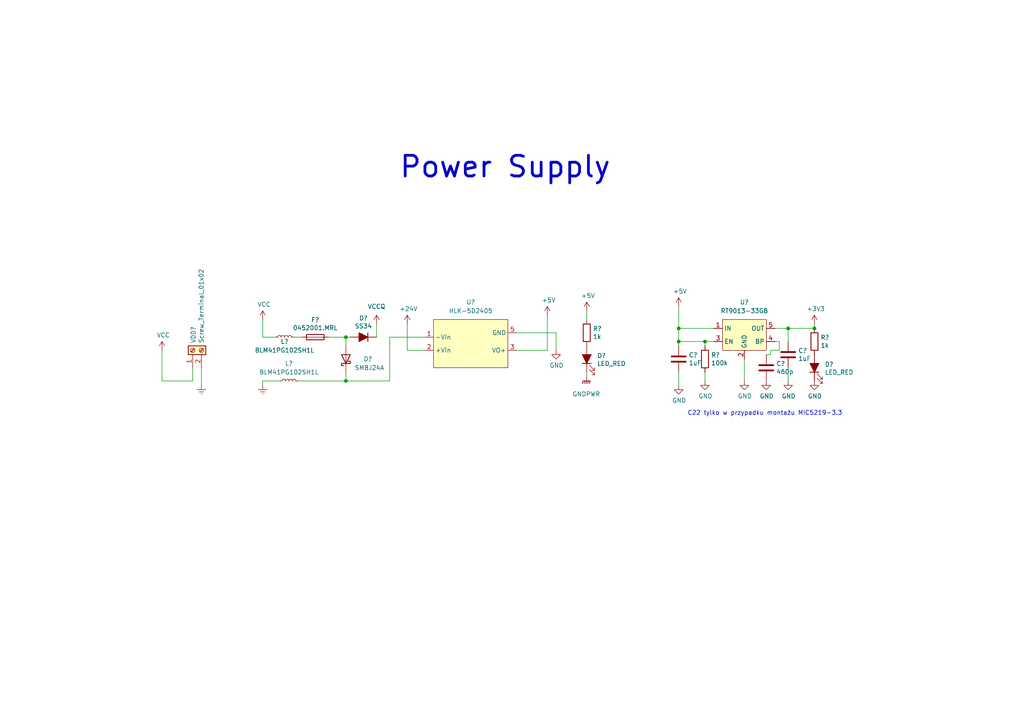
<source format=kicad_sch>
(kicad_sch (version 20211123) (generator eeschema)
  (paper "A4")
  (lib_symbols
    (symbol "Connector:Screw_Terminal_01x02" (pin_names (offset 1.016) hide)
      (property "Reference" "J" (at 0 2.54 0))
      (property "Value" "Screw_Terminal_01x02" (at 0 -5.08 0))
      (symbol "Screw_Terminal_01x02_1_1"
        (rectangle (start -1.27 1.27) (end 1.27 -3.81) (stroke (width 0.254)) (fill (type background)))
        (circle (center 0 -2.54) (radius 0.635) (stroke (width 0.1524)))
        (polyline (pts (xy -0.5334 -2.2098) (xy 0.3302 -3.048)) (stroke (width 0.1524)))
        (polyline (pts (xy -0.5334 0.3302) (xy 0.3302 -0.508)) (stroke (width 0.1524)))
        (polyline (pts (xy -0.3556 -2.032) (xy 0.508 -2.8702)) (stroke (width 0.1524)))
        (polyline (pts (xy -0.3556 0.508) (xy 0.508 -0.3302)) (stroke (width 0.1524)))
        (circle (center 0 0) (radius 0.635) (stroke (width 0.1524)))
        (pin passive line (at -5.08 0 0) (length 3.81) (name "Pin_1") (number "1"))
        (pin passive line (at -5.08 -2.54 0) (length 3.81) (name "Pin_2") (number "2"))
      )
    )
    (symbol "Device:C" (pin_numbers hide) (pin_names (offset 0.254))
      (property "Reference" "C" (at 0.635 2.54 0))
      (property "Value" "C" (at 0.635 -2.54 0))
      (symbol "C_0_1"
        (polyline (pts (xy -2.032 -0.762) (xy 2.032 -0.762)) (stroke (width 0.508)))
        (polyline (pts (xy -2.032 0.762) (xy 2.032 0.762)) (stroke (width 0.508)))
      )
      (symbol "C_1_1"
        (pin passive line (at 0 3.81 270) (length 2.794) (name "~") (number "1"))
        (pin passive line (at 0 -3.81 90) (length 2.794) (name "~") (number "2"))
      )
    )
    (symbol "Device:D_ALT" (pin_numbers hide) (pin_names (offset 1.016) hide)
      (property "Reference" "D" (at 0 2.54 0))
      (property "Value" "Device_D_ALT" (at 0 -2.54 0))
      (symbol "D_ALT_0_1"
        (polyline (pts (xy -1.27 1.27) (xy -1.27 -1.27)) (stroke (width 0.254)))
        (polyline (pts (xy 1.27 0) (xy -1.27 0)))
        (polyline (pts (xy 1.27 1.27) (xy 1.27 -1.27) (xy -1.27 0) (xy 1.27 1.27)) (stroke (width 0.254)) (fill (type outline)))
      )
      (symbol "D_ALT_1_1"
        (pin passive line (at -3.81 0 0) (length 2.54) (name "K") (number "1"))
        (pin passive line (at 3.81 0 180) (length 2.54) (name "A") (number "2"))
      )
    )
    (symbol "Device:Fuse" (pin_numbers hide) (pin_names (offset 0))
      (property "Reference" "F" (at 2.032 0 90))
      (property "Value" "Fuse" (at -1.905 0 90))
      (symbol "Fuse_0_1"
        (rectangle (start -0.762 -2.54) (end 0.762 2.54) (stroke (width 0.254)))
        (polyline (pts (xy 0 2.54) (xy 0 -2.54)))
      )
      (symbol "Fuse_1_1"
        (pin passive line (at 0 3.81 270) (length 1.27) (name "~") (number "1"))
        (pin passive line (at 0 -3.81 90) (length 1.27) (name "~") (number "2"))
      )
    )
    (symbol "Device:LED_ALT" (pin_numbers hide) (pin_names (offset 1.016) hide)
      (property "Reference" "D" (at 0 2.54 0))
      (property "Value" "Device_LED_ALT" (at 0 -2.54 0))
      (symbol "LED_ALT_0_1"
        (polyline (pts (xy -1.27 -1.27) (xy -1.27 1.27)) (stroke (width 0.254)))
        (polyline (pts (xy -1.27 0) (xy 1.27 0)))
        (polyline (pts (xy 1.27 -1.27) (xy 1.27 1.27) (xy -1.27 0) (xy 1.27 -1.27)) (stroke (width 0.254)) (fill (type outline)))
        (polyline (pts (xy -3.048 -0.762) (xy -4.572 -2.286) (xy -3.81 -2.286) (xy -4.572 -2.286) (xy -4.572 -1.524)))
        (polyline (pts (xy -1.778 -0.762) (xy -3.302 -2.286) (xy -2.54 -2.286) (xy -3.302 -2.286) (xy -3.302 -1.524)))
      )
      (symbol "LED_ALT_1_1"
        (pin passive line (at -3.81 0 0) (length 2.54) (name "K") (number "1"))
        (pin passive line (at 3.81 0 180) (length 2.54) (name "A") (number "2"))
      )
    )
    (symbol "Device:L_Small" (pin_numbers hide) (pin_names (offset 0.254) hide)
      (property "Reference" "L" (at 0.762 1.016 0))
      (property "Value" "L_Small" (at 0.762 -1.016 0))
      (symbol "L_Small_0_1"
        (arc (start 0 -2.032) (mid 0.508 -1.524) (end 0 -1.016))
        (arc (start 0 -1.016) (mid 0.508 -0.508) (end 0 0))
        (arc (start 0 0) (mid 0.508 0.508) (end 0 1.016))
        (arc (start 0 1.016) (mid 0.508 1.524) (end 0 2.032))
      )
      (symbol "L_Small_1_1"
        (pin passive line (at 0 2.54 270) (length 0.508) (name "~") (number "1"))
        (pin passive line (at 0 -2.54 90) (length 0.508) (name "~") (number "2"))
      )
    )
    (symbol "Device:R" (pin_numbers hide) (pin_names (offset 0))
      (property "Reference" "R" (at 2.032 0 90))
      (property "Value" "R" (at 0 0 90))
      (symbol "R_0_1"
        (rectangle (start -1.016 -2.54) (end 1.016 2.54) (stroke (width 0.254)))
      )
      (symbol "R_1_1"
        (pin passive line (at 0 3.81 270) (length 1.27) (name "~") (number "1"))
        (pin passive line (at 0 -3.81 90) (length 1.27) (name "~") (number "2"))
      )
    )
    (symbol "Diode:B220" (pin_numbers hide) (pin_names (offset 1.016) hide)
      (property "Reference" "D" (at 0 2.54 0))
      (property "Value" "B220" (at 0 -2.54 0))
      (symbol "B220_0_1"
        (polyline (pts (xy 1.27 0) (xy -1.27 0)))
        (polyline (pts (xy 1.27 1.27) (xy 1.27 -1.27) (xy -1.27 0) (xy 1.27 1.27)) (stroke (width 0.254)))
        (polyline (pts (xy -1.905 0.635) (xy -1.905 1.27) (xy -1.27 1.27) (xy -1.27 -1.27) (xy -0.635 -1.27) (xy -0.635 -0.635)) (stroke (width 0.254)))
      )
      (symbol "B220_1_1"
        (pin passive line (at -3.81 0 0) (length 2.54) (name "K") (number "1"))
        (pin passive line (at 3.81 0 180) (length 2.54) (name "A") (number "2"))
      )
    )
    (symbol "Power_Management:HLK-5D2405"
      (property "Reference" "U" (at 1.27 1.27 0))
      (property "Value" "HLK-5D2405" (at 6.35 -1.27 0))
      (symbol "HLK-5D2405_0_1"
        (rectangle (start 0 -2.54) (end 21.59 -16.51) (fill (type background)))
      )
      (symbol "HLK-5D2405_1_1"
        (pin input line (at -2.54 -7.62 0) (length 2.54) (name "-Vin") (number "1"))
        (pin input line (at -2.54 -11.43 0) (length 2.54) (name "+Vin") (number "2"))
        (pin output line (at 24.13 -11.43 180) (length 2.54) (name "VO+") (number "3"))
        (pin output line (at 24.13 -6.35 180) (length 2.54) (name "GND") (number "5"))
      )
    )
    (symbol "RT9013-33GB_1"
      (property "Reference" "U" (at 1.27 5.08 0))
      (property "Value" "RT9013-33GB_1" (at 1.27 2.54 0))
      (symbol "RT9013-33GB_1_0_1"
        (rectangle (start 6.35 -3.81) (end 19.05 -12.7) (fill (type background)))
      )
      (symbol "RT9013-33GB_1_1_1"
        (pin input line (at 3.81 -6.35 0) (length 2.54) (name "IN") (number "1"))
        (pin output line (at 12.7 -15.24 90) (length 2.54) (name "GND") (number "2"))
        (pin input line (at 3.81 -10.16 0) (length 2.54) (name "EN") (number "3"))
        (pin output line (at 21.59 -10.16 180) (length 2.54) (name "BP") (number "4"))
        (pin output line (at 21.59 -6.35 180) (length 2.54) (name "OUT") (number "5"))
      )
    )
    (symbol "power:+24V" (power) (pin_names (offset 0))
      (property "Value" "+24V" (at 0 3.556 0))
      (symbol "+24V_0_1"
        (polyline (pts (xy -0.762 1.27) (xy 0 2.54)))
        (polyline (pts (xy 0 0) (xy 0 2.54)))
        (polyline (pts (xy 0 2.54) (xy 0.762 1.27)))
      )
      (symbol "+24V_1_1"
        (pin power_in line (at 0 0 90) (length 0) hide (name "+24V") (number "1"))
      )
    )
    (symbol "power:+3.3V" (power) (pin_names (offset 0))
      (property "Value" "+3.3V" (at 0 3.556 0))
      (symbol "+3.3V_0_1"
        (polyline (pts (xy -0.762 1.27) (xy 0 2.54)))
        (polyline (pts (xy 0 0) (xy 0 2.54)))
        (polyline (pts (xy 0 2.54) (xy 0.762 1.27)))
      )
      (symbol "+3.3V_1_1"
        (pin power_in line (at 0 0 90) (length 0) hide (name "+3V3") (number "1"))
      )
    )
    (symbol "power:+5V" (power) (pin_names (offset 0))
      (property "Value" "+5V" (at 0 3.556 0))
      (symbol "+5V_0_1"
        (polyline (pts (xy -0.762 1.27) (xy 0 2.54)))
        (polyline (pts (xy 0 0) (xy 0 2.54)))
        (polyline (pts (xy 0 2.54) (xy 0.762 1.27)))
      )
      (symbol "+5V_1_1"
        (pin power_in line (at 0 0 90) (length 0) hide (name "+5V") (number "1"))
      )
    )
    (symbol "power:Earth" (power) (pin_names (offset 0))
      (symbol "Earth_0_1"
        (polyline (pts (xy -0.635 -1.905) (xy 0.635 -1.905)))
        (polyline (pts (xy -0.127 -2.54) (xy 0.127 -2.54)))
        (polyline (pts (xy 0 -1.27) (xy 0 0)))
        (polyline (pts (xy 1.27 -1.27) (xy -1.27 -1.27)))
      )
      (symbol "Earth_1_1"
        (pin power_in line (at 0 0 270) (length 0) hide (name "Earth") (number "1"))
      )
    )
    (symbol "power:GND" (power) (pin_names (offset 0))
      (property "Value" "GND" (at 0 -3.81 0))
      (symbol "GND_0_1"
        (polyline (pts (xy 0 0) (xy 0 -1.27) (xy 1.27 -1.27) (xy 0 -2.54) (xy -1.27 -1.27) (xy 0 -1.27)))
      )
      (symbol "GND_1_1"
        (pin power_in line (at 0 0 270) (length 0) hide (name "GND") (number "1"))
      )
    )
    (symbol "power:GNDPWR" (power) (pin_names (offset 0))
      (property "Value" "GNDPWR" (at 0 -3.302 0))
      (symbol "GNDPWR_0_1"
        (polyline (pts (xy 0 -1.27) (xy 0 0)))
        (polyline (pts (xy -1.016 -1.27) (xy -1.27 -2.032) (xy -1.27 -2.032)) (stroke (width 0.2032)))
        (polyline (pts (xy -0.508 -1.27) (xy -0.762 -2.032) (xy -0.762 -2.032)) (stroke (width 0.2032)))
        (polyline (pts (xy 0 -1.27) (xy -0.254 -2.032) (xy -0.254 -2.032)) (stroke (width 0.2032)))
        (polyline (pts (xy 0.508 -1.27) (xy 0.254 -2.032) (xy 0.254 -2.032)) (stroke (width 0.2032)))
        (polyline (pts (xy 1.016 -1.27) (xy -1.016 -1.27) (xy -1.016 -1.27)) (stroke (width 0.2032)))
        (polyline (pts (xy 1.016 -1.27) (xy 0.762 -2.032) (xy 0.762 -2.032) (xy 0.762 -2.032)) (stroke (width 0.2032)))
      )
      (symbol "GNDPWR_1_1"
        (pin power_in line (at 0 0 270) (length 0) hide (name "GNDPWR") (number "1"))
      )
    )
    (symbol "power:VCC" (power) (pin_names (offset 0))
      (property "Value" "VCC" (at 0 3.81 0))
      (symbol "VCC_0_1"
        (polyline (pts (xy -0.762 1.27) (xy 0 2.54)))
        (polyline (pts (xy 0 0) (xy 0 2.54)))
        (polyline (pts (xy 0 2.54) (xy 0.762 1.27)))
      )
      (symbol "VCC_1_1"
        (pin power_in line (at 0 0 90) (length 0) hide (name "VCC") (number "1"))
      )
    )
    (symbol "power:VCCQ" (power) (pin_names (offset 0))
      (property "Value" "VCCQ" (at 0 3.81 0))
      (symbol "VCCQ_0_1"
        (polyline (pts (xy -0.762 1.27) (xy 0 2.54)))
        (polyline (pts (xy 0 0) (xy 0 2.54)))
        (polyline (pts (xy 0 2.54) (xy 0.762 1.27)))
      )
      (symbol "VCCQ_1_1"
        (pin power_in line (at 0 0 90) (length 0) hide (name "VCCQ") (number "1"))
      )
    )
  )
  (junction (at 196.85 95.25))
  (junction (at 100.33 97.79))
  (junction (at 228.6 95.25))
  (junction (at 196.85 99.06))
  (junction (at 204.47 99.06))
  (junction (at 236.22 95.25))
  (junction (at 100.33 110.49))
  (wire (pts (xy 149.86 101.6) (xy 158.75 101.6)))
  (wire (pts (xy 123.19 97.79) (xy 113.03 97.79)))
  (wire (pts (xy 226.06 99.06) (xy 226.06 101.6)))
  (wire (pts (xy 196.85 99.06) (xy 196.85 100.33)))
  (wire (pts (xy 204.47 107.95) (xy 204.47 110.49)))
  (wire (pts (xy 204.47 99.06) (xy 204.47 100.33)))
  (wire (pts (xy 223.52 101.6) (xy 223.52 102.87)))
  (wire (pts (xy 76.2 97.79) (xy 80.01 97.79)))
  (wire (pts (xy 223.52 102.87) (xy 222.25 102.87)))
  (wire (pts (xy 81.28 110.49) (xy 76.2 110.49)))
  (wire (pts (xy 204.47 99.06) (xy 196.85 99.06)))
  (wire (pts (xy 215.9 104.14) (xy 215.9 110.49)))
  (wire (pts (xy 85.09 97.79) (xy 87.63 97.79)))
  (wire (pts (xy 196.85 95.25) (xy 196.85 99.06)))
  (wire (pts (xy 55.88 110.49) (xy 46.99 110.49)))
  (wire (pts (xy 161.29 101.6) (xy 161.29 96.52)))
  (wire (pts (xy 228.6 95.25) (xy 236.22 95.25)))
  (wire (pts (xy 207.01 95.25) (xy 196.85 95.25)))
  (wire (pts (xy 207.01 99.06) (xy 204.47 99.06)))
  (wire (pts (xy 149.86 96.52) (xy 161.29 96.52)))
  (wire (pts (xy 100.33 110.49) (xy 113.03 110.49)))
  (wire (pts (xy 118.11 101.6) (xy 118.11 93.98)))
  (wire (pts (xy 196.85 107.95) (xy 196.85 111.76)))
  (wire (pts (xy 123.19 101.6) (xy 118.11 101.6)))
  (wire (pts (xy 170.18 109.22) (xy 170.18 107.95)))
  (wire (pts (xy 95.25 97.79) (xy 100.33 97.79)))
  (wire (pts (xy 224.79 95.25) (xy 228.6 95.25)))
  (wire (pts (xy 113.03 97.79) (xy 113.03 110.49)))
  (wire (pts (xy 228.6 106.68) (xy 228.6 110.49)))
  (wire (pts (xy 58.42 111.76) (xy 58.42 106.68)))
  (wire (pts (xy 100.33 107.95) (xy 100.33 110.49)))
  (wire (pts (xy 76.2 92.71) (xy 76.2 97.79)))
  (wire (pts (xy 236.22 93.98) (xy 236.22 95.25)))
  (wire (pts (xy 170.18 90.17) (xy 170.18 92.71)))
  (wire (pts (xy 76.2 110.49) (xy 76.2 111.76)))
  (wire (pts (xy 100.33 100.33) (xy 100.33 97.79)))
  (wire (pts (xy 226.06 101.6) (xy 223.52 101.6)))
  (wire (pts (xy 196.85 95.25) (xy 196.85 88.9)))
  (wire (pts (xy 46.99 101.6) (xy 46.99 110.49)))
  (wire (pts (xy 158.75 101.6) (xy 158.75 91.44)))
  (wire (pts (xy 224.79 99.06) (xy 226.06 99.06)))
  (wire (pts (xy 109.22 93.98) (xy 109.22 97.79)))
  (wire (pts (xy 86.36 110.49) (xy 100.33 110.49)))
  (wire (pts (xy 55.88 106.68) (xy 55.88 110.49)))
  (wire (pts (xy 228.6 95.25) (xy 228.6 99.06)))
  (wire (pts (xy 100.33 97.79) (xy 101.6 97.79)))
  (text "Power Supply" (at 115.57 52.07 0) (effects (font (size 6 6) (thickness 0.7976) bold) (justify left bottom)))
  (text "C22 tylko w przypadku montażu MIC5219-3.3" (at 199.39 120.65 0) (effects (font (size 1.27 1.27)) (justify left bottom)))
  (symbol (lib_id "Device:C") (at 228.6 102.87 0) (unit 1)
    (property "Reference" "C?" (at 231.521 101.7016 0) (effects (justify left)))
    (property "Value" "1uF" (at 231.521 104.013 0) (effects (justify left)))
    (property "Footprint" "Capacitor_SMD:C_0805_2012Metric" (effects hide))
    (property "JLCPCB" "C107149" (effects hide))
  )
  (symbol (lib_id "Device:R") (at 170.18 96.52 0) (unit 1)
    (property "Reference" "R?" (at 171.958 95.3516 0) (effects (justify left)))
    (property "Value" "1k" (at 171.958 97.663 0) (effects (justify left)))
    (property "Footprint" "Resistor_SMD:R_0603_1608Metric" (effects hide))
    (property "JLCPCB" "C269704" (effects hide))
  )
  (symbol (lib_id "Device:L_Small") (at 83.82 110.49 90) (unit 1)
    (property "Reference" "L?" (at 83.82 105.41 90))
    (property "Value" "BLM41PG102SH1L" (at 83.82 107.95 90))
    (property "Footprint" "Inductor_SMD:L_1806_4516Metric" (effects hide))
  )
  (symbol (lib_id "power:VCC") (at 46.99 101.6 0) (unit 1)
    (property "Reference" "#PWR?" (effects hide))
    (property "Value" "VCC" (at 47.371 97.2058 0))
  )
  (symbol (lib_id "power:GND") (at 236.22 110.49 0) (unit 1)
    (property "Reference" "#PWR?" (effects hide))
    (property "Value" "GND" (at 236.347 114.8842 0))
  )
  (symbol (lib_id "Device:D_ALT") (at 105.41 97.79 180) (unit 1)
    (property "Reference" "D?" (at 105.41 92.2782 0))
    (property "Value" "SS34" (at 105.41 94.5896 0))
    (property "Footprint" "Diode_SMD:D_SMA" (effects hide))
    (property "JLCPCB" "C64982" (effects hide))
  )
  (symbol (lib_id "power:GND") (at 222.25 110.49 0) (unit 1)
    (property "Reference" "#PWR?" (effects hide))
    (property "Value" "GND" (at 222.377 114.8842 0))
  )
  (symbol (lib_id "Device:R") (at 204.47 104.14 0) (unit 1)
    (property "Reference" "R?" (at 206.248 102.9716 0) (effects (justify left)))
    (property "Value" "100k" (at 206.248 105.283 0) (effects (justify left)))
    (property "Footprint" "Resistor_SMD:R_0603_1608Metric" (effects hide))
    (property "JLCPCB" "C269704" (effects hide))
  )
  (symbol (lib_id "power:GND") (at 228.6 110.49 0) (unit 1)
    (property "Reference" "#PWR?" (effects hide))
    (property "Value" "GND" (at 228.727 114.8842 0))
  )
  (symbol (lib_id "Device:Fuse") (at 91.44 97.79 270) (unit 1)
    (property "Reference" "F?" (at 91.44 92.7862 90))
    (property "Value" "0452001.MRL" (at 91.44 95.0976 90))
    (property "Footprint" "Fuse:Fuse_2512_6332Metric" (effects hide))
    (property "JLCPCB" "C44669" (effects hide))
  )
  (symbol (lib_id "power:+5V") (at 196.85 88.9 0) (unit 1)
    (property "Reference" "#PWR?" (effects hide))
    (property "Value" "+5V" (at 197.231 84.5058 0))
  )
  (symbol (lib_id "power:GND") (at 196.85 111.76 0) (unit 1)
    (property "Reference" "#PWR?" (effects hide))
    (property "Value" "GND" (at 196.977 116.1542 0))
  )
  (symbol (lib_id "Connector:Screw_Terminal_01x02") (at 55.88 101.6 90) (unit 1)
    (property "Reference" "VDD?" (at 56.0832 99.568 0) (effects (justify left)))
    (property "Value" "Screw_Terminal_01x02" (at 58.3946 99.568 0) (effects (justify left)))
    (property "Footprint" "Connector:Phoenix_1x02_P5.00mm_Horizontal" (effects hide))
  )
  (symbol (lib_id "power:+3.3V") (at 236.22 93.98 0) (unit 1)
    (property "Reference" "#PWR?" (effects hide))
    (property "Value" "+3.3V" (at 236.601 89.5858 0))
  )
  (symbol (lib_name "RT9013-33GB_1") (lib_id "Reference_Voltage:RT9013-33GB") (at 203.2 88.9 0) (unit 1)
    (property "Reference" "U?" (at 215.9 87.63 0))
    (property "Value" "RT9013-33GB" (at 215.9 90.17 0))
    (property "Footprint" "Package_TO_SOT_SMD:SOT-23-5" (effects hide))
  )
  (symbol (lib_id "power:+24V") (at 118.11 93.98 0) (unit 1)
    (property "Reference" "#PWR?" (effects hide))
    (property "Value" "+24V" (at 118.491 89.5858 0))
  )
  (symbol (lib_id "Device:C") (at 196.85 104.14 0) (unit 1)
    (property "Reference" "C?" (at 199.771 102.9716 0) (effects (justify left)))
    (property "Value" "1uF" (at 199.771 105.283 0) (effects (justify left)))
    (property "Footprint" "Capacitor_SMD:C_0805_2012Metric" (effects hide))
    (property "JLCPCB" "C107149" (effects hide))
  )
  (symbol (lib_id "power:+5V") (at 170.18 90.17 0) (unit 1)
    (property "Reference" "#PWR?" (effects hide))
    (property "Value" "+5V" (at 170.561 85.7758 0))
  )
  (symbol (lib_id "power:VCC") (at 76.2 92.71 0) (unit 1)
    (property "Reference" "#PWR?" (effects hide))
    (property "Value" "VCC" (at 76.581 88.3158 0))
  )
  (symbol (lib_id "Device:LED_ALT") (at 170.18 104.14 90) (unit 1)
    (property "Reference" "D?" (at 173.1772 103.1494 90) (effects (justify right)))
    (property "Value" "LED_RED" (at 173.1772 105.4608 90) (effects (justify right)))
    (property "Footprint" "LED_SMD:LED_0603_1608Metric" (effects hide))
    (property "JLCPCB" "C84256" (effects hide))
  )
  (symbol (lib_id "power:GNDPWR") (at 170.18 109.22 0) (unit 1)
    (property "Reference" "#PWR?" (effects hide))
    (property "Value" "GNDPWR" (at 170.053 114.3 0))
  )
  (symbol (lib_id "power:GND") (at 215.9 110.49 0) (unit 1)
    (property "Reference" "#PWR?" (effects hide))
    (property "Value" "GND" (at 216.027 114.8842 0))
  )
  (symbol (lib_id "power:GND") (at 204.47 110.49 0) (unit 1)
    (property "Reference" "#PWR?" (effects hide))
    (property "Value" "GND" (at 204.597 114.8842 0))
  )
  (symbol (lib_id "power:Earth") (at 58.42 111.76 0) (unit 1)
    (property "Reference" "#PWR?" (effects hide))
    (property "Value" "Earth" (effects hide))
  )
  (symbol (lib_id "power:+5V") (at 158.75 91.44 0) (unit 1)
    (property "Reference" "#PWR?" (effects hide))
    (property "Value" "+5V" (at 159.131 87.0458 0))
  )
  (symbol (lib_id "Device:L_Small") (at 82.55 97.79 90) (unit 1)
    (property "Reference" "L?" (at 82.55 99.06 90))
    (property "Value" "BLM41PG102SH1L" (at 82.55 101.6 90))
    (property "Footprint" "Inductor_SMD:L_1806_4516Metric" (effects hide))
  )
  (symbol (lib_id "power:GND") (at 161.29 101.6 0) (unit 1)
    (property "Reference" "#PWR?" (effects hide))
    (property "Value" "GND" (at 161.417 105.9942 0))
  )
  (symbol (lib_id "Device:LED_ALT") (at 236.22 106.68 90) (unit 1)
    (property "Reference" "D?" (at 239.2172 105.6894 90) (effects (justify right)))
    (property "Value" "LED_RED" (at 239.2172 108.0008 90) (effects (justify right)))
    (property "Footprint" "LED_SMD:LED_0603_1608Metric" (effects hide))
    (property "JLCPCB" "C84256" (effects hide))
  )
  (symbol (lib_id "Diode:B220") (at 100.33 104.14 90) (unit 1)
    (property "Reference" "D?" (at 105.41 104.14 90) (effects (justify right)))
    (property "Value" "SMBJ24A" (at 102.87 106.68 90) (effects (justify right)))
    (property "Footprint" "Diode_SMD:D_SMB" (effects hide))
    (property "Datasheet" "http://www.jameco.com/Jameco/Products/ProdDS/1538777.pdf" (effects hide))
  )
  (symbol (lib_id "power:Earth") (at 76.2 111.76 0) (unit 1)
    (property "Reference" "#PWR?" (effects hide))
    (property "Value" "Earth" (effects hide))
  )
  (symbol (lib_id "power:VCCQ") (at 109.22 93.98 0) (unit 1)
    (property "Reference" "#PWR?" (effects hide))
    (property "Value" "VCCQ" (at 109.22 88.9 0))
  )
  (symbol (lib_id "Device:C") (at 222.25 106.68 0) (unit 1)
    (property "Reference" "C?" (at 225.171 105.5116 0) (effects (justify left)))
    (property "Value" "460p" (at 225.171 107.823 0) (effects (justify left)))
    (property "Footprint" "Capacitor_SMD:C_0603_1608Metric" (effects hide))
    (property "JLCPCB" "C107149" (effects hide))
  )
  (symbol (lib_id "Device:R") (at 236.22 99.06 0) (unit 1)
    (property "Reference" "R?" (at 237.998 97.8916 0) (effects (justify left)))
    (property "Value" "1k" (at 237.998 100.203 0) (effects (justify left)))
    (property "Footprint" "Resistor_SMD:R_0603_1608Metric" (effects hide))
    (property "JLCPCB" "C269704" (effects hide))
  )
  (symbol (lib_id "Power_Management:HLK-5D2405") (at 125.73 90.17 0) (unit 1)
    (property "Reference" "U?" (at 136.525 87.63 0))
    (property "Value" "HLK-5D2405" (at 136.525 90.17 0))
    (property "Footprint" "3D_model:HLK5D2405" (effects hide))
  )
)
</source>
